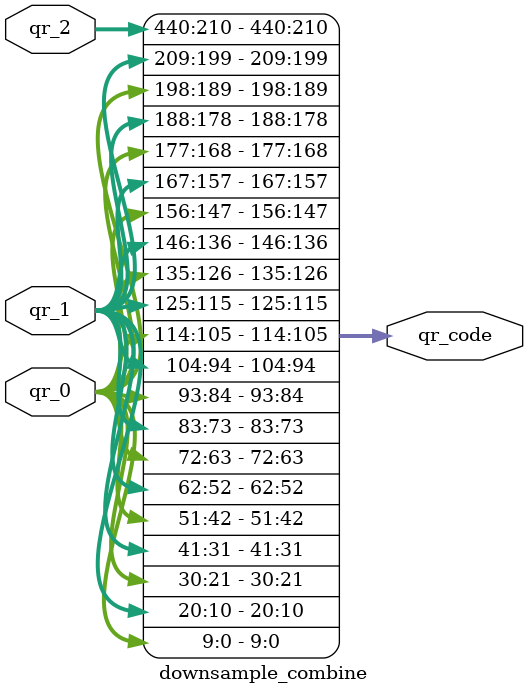
<source format=sv>
`timescale 1ns / 1ps
`default_nettype none

module downsample_combine #(parameter CODE_SIZE = 21)
    (
        input wire [440:0] qr_0,
        input wire [440:0] qr_1,
        input wire [440:0] qr_2,
        output logic [440:0] qr_code
    );

    always_comb begin
        for (integer x = 0; x<CODE_SIZE; x=x+1) begin
            for (integer y=0; y<CODE_SIZE; y=y+1) begin

                if (x < 10) begin
                    if (y < 10) begin
                        qr_code[x + y*CODE_SIZE] = qr_0[x + y*CODE_SIZE];
                    end 
                    else begin
                        qr_code[x + y*CODE_SIZE] = qr_2[x + y*CODE_SIZE];
                    end 
                end
                else begin
                    if (y < 10) begin
                        qr_code[x + y*CODE_SIZE] = qr_1[x + y*CODE_SIZE];
                    end 
                    else begin
                        qr_code[x + y*CODE_SIZE] = qr_2[x + y*CODE_SIZE];
                    end 
                end

            end 
        end 
    end

endmodule
</source>
